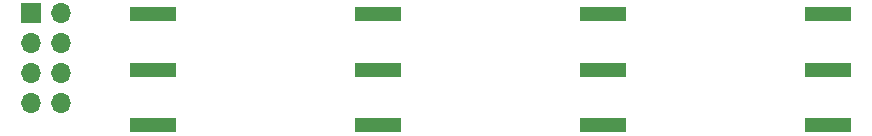
<source format=gbr>
%TF.GenerationSoftware,KiCad,Pcbnew,(6.0.0)*%
%TF.CreationDate,2022-04-04T18:39:18-04:00*%
%TF.ProjectId,SweetBusinessDaughtercard,53776565-7442-4757-9369-6e6573734461,rev?*%
%TF.SameCoordinates,Original*%
%TF.FileFunction,Soldermask,Bot*%
%TF.FilePolarity,Negative*%
%FSLAX46Y46*%
G04 Gerber Fmt 4.6, Leading zero omitted, Abs format (unit mm)*
G04 Created by KiCad (PCBNEW (6.0.0)) date 2022-04-04 18:39:18*
%MOMM*%
%LPD*%
G01*
G04 APERTURE LIST*
%ADD10R,4.000000X1.300000*%
%ADD11R,1.700000X1.700000*%
%ADD12O,1.700000X1.700000*%
G04 APERTURE END LIST*
D10*
%TO.C,SW3*%
X137310100Y-61177100D03*
X137310100Y-65877100D03*
X137310100Y-70577100D03*
%TD*%
%TO.C,SW4*%
X156358900Y-61177100D03*
X156358900Y-65877100D03*
X156358900Y-70577100D03*
%TD*%
%TO.C,SW1*%
X99212500Y-61177100D03*
X99212500Y-65877100D03*
X99212500Y-70577100D03*
%TD*%
%TO.C,SW2*%
X118261300Y-61177100D03*
X118261300Y-65877100D03*
X118261300Y-70577100D03*
%TD*%
D11*
%TO.C,J0*%
X88900000Y-61118750D03*
D12*
X91440000Y-61118750D03*
X88900000Y-63658750D03*
X91440000Y-63658750D03*
X88900000Y-66198750D03*
X91440000Y-66198750D03*
X88900000Y-68738750D03*
X91440000Y-68738750D03*
%TD*%
M02*

</source>
